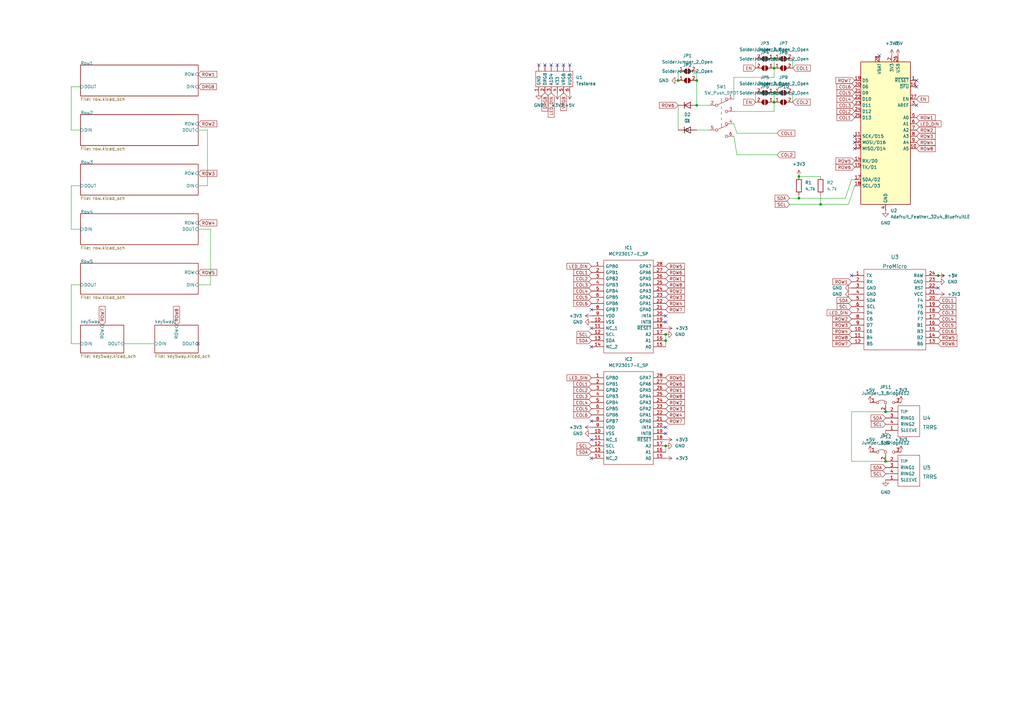
<source format=kicad_sch>
(kicad_sch (version 20211123) (generator eeschema)
  (paper "A3")
  (lib_symbols
    (symbol "Device:D" (pin_numbers hide) (pin_names (offset 1.016) hide)
      (property "Reference" "D" (at 0 2.54 0))
      (property "Value" "D" (at 0 -2.54 0))
      (symbol "D_0_1"
        (polyline (pts (xy -1.27 1.27) (xy -1.27 -1.27)) (stroke (width 0.254)))
        (polyline (pts (xy 1.27 0) (xy -1.27 0)))
        (polyline (pts (xy 1.27 1.27) (xy 1.27 -1.27) (xy -1.27 0) (xy 1.27 1.27)) (stroke (width 0.254)))
      )
      (symbol "D_1_1"
        (pin passive line (at -3.81 0 0) (length 2.54) (name "K") (number "1"))
        (pin passive line (at 3.81 0 180) (length 2.54) (name "A") (number "2"))
      )
    )
    (symbol "Device:R" (pin_numbers hide) (pin_names (offset 0))
      (property "Reference" "R" (at 2.032 0 90))
      (property "Value" "R" (at 0 0 90))
      (symbol "R_0_1"
        (rectangle (start -1.016 -2.54) (end 1.016 2.54) (stroke (width 0.254)))
      )
      (symbol "R_1_1"
        (pin passive line (at 0 3.81 270) (length 1.27) (name "~") (number "1"))
        (pin passive line (at 0 -3.81 90) (length 1.27) (name "~") (number "2"))
      )
    )
    (symbol "Jumper:Jumper_3_Bridged12" (pin_names (offset 0) hide)
      (property "Reference" "JP" (at -2.54 -2.54 0))
      (property "Value" "Jumper_3_Bridged12" (at 0 2.794 0))
      (symbol "Jumper_3_Bridged12_0_0"
        (circle (center -3.302 0) (radius 0.508))
        (circle (center 0 0) (radius 0.508))
        (circle (center 3.302 0) (radius 0.508))
      )
      (symbol "Jumper_3_Bridged12_0_1"
        (arc (start -0.254 0.508) (mid -1.651 0.9912) (end -3.048 0.508))
        (polyline (pts (xy 0 -1.27) (xy 0 -0.508)))
      )
      (symbol "Jumper_3_Bridged12_1_1"
        (pin passive line (at -6.35 0 0) (length 2.54) (name "A") (number "1"))
        (pin input line (at 0 -3.81 90) (length 2.54) (name "C") (number "2"))
        (pin passive line (at 6.35 0 180) (length 2.54) (name "B") (number "3"))
      )
    )
    (symbol "Jumper:SolderJumper_2_Open" (pin_names (offset 0) hide)
      (property "Reference" "JP" (at 0 2.032 0))
      (property "Value" "SolderJumper_2_Open" (at 0 -2.54 0))
      (symbol "SolderJumper_2_Open_0_1"
        (arc (start -0.254 1.016) (mid -1.27 0) (end -0.254 -1.016))
        (arc (start -0.254 1.016) (mid -1.27 0) (end -0.254 -1.016) (fill (type outline)))
        (polyline (pts (xy -0.254 1.016) (xy -0.254 -1.016)))
        (polyline (pts (xy 0.254 1.016) (xy 0.254 -1.016)))
        (arc (start 0.254 -1.016) (mid 1.27 0) (end 0.254 1.016))
        (arc (start 0.254 -1.016) (mid 1.27 0) (end 0.254 1.016) (fill (type outline)))
      )
      (symbol "SolderJumper_2_Open_1_1"
        (pin passive line (at -3.81 0 0) (length 2.54) (name "A") (number "1"))
        (pin passive line (at 3.81 0 180) (length 2.54) (name "B") (number "2"))
      )
    )
    (symbol "MCU_Module2:Adafruit_Feather_32u4_BluefruitLE"
      (property "Reference" "A" (at -10.16 28.575 0))
      (property "Value" "Adafruit_Feather_32u4_BluefruitLE" (at 2.54 -31.75 0))
      (symbol "Adafruit_Feather_32u4_BluefruitLE_0_1"
        (rectangle (start -10.16 27.94) (end 10.16 -30.48) (stroke (width 0.254)) (fill (type background)))
      )
      (symbol "Adafruit_Feather_32u4_BluefruitLE_1_1"
        (pin input line (at 12.7 20.32 180) (length 2.54) (name "~{RESET}") (number "1"))
        (pin bidirectional line (at 12.7 -7.62 180) (length 2.54) (name "A5") (number "10"))
        (pin bidirectional line (at -12.7 -2.54 0) (length 2.54) (name "SCK/D15") (number "11"))
        (pin bidirectional line (at -12.7 -5.08 0) (length 2.54) (name "MOSI/D16") (number "12"))
        (pin bidirectional line (at -12.7 -7.62 0) (length 2.54) (name "MISO/D14") (number "13"))
        (pin bidirectional line (at -12.7 -12.7 0) (length 2.54) (name "RX/D0") (number "14"))
        (pin bidirectional line (at -12.7 -15.24 0) (length 2.54) (name "TX/D1") (number "15"))
        (pin input line (at 12.7 17.78 180) (length 2.54) (name "~{DFU}") (number "16"))
        (pin bidirectional line (at -12.7 -20.32 0) (length 2.54) (name "SDA/D2") (number "17"))
        (pin bidirectional line (at -12.7 -22.86 0) (length 2.54) (name "SCL/D3") (number "18"))
        (pin bidirectional line (at -12.7 20.32 0) (length 2.54) (name "D5") (number "19"))
        (pin power_in line (at 2.54 30.48 270) (length 2.54) (name "3V3") (number "2"))
        (pin bidirectional line (at -12.7 17.78 0) (length 2.54) (name "D6") (number "20"))
        (pin bidirectional line (at -12.7 15.24 0) (length 2.54) (name "D9") (number "21"))
        (pin bidirectional line (at -12.7 12.7 0) (length 2.54) (name "D10") (number "22"))
        (pin bidirectional line (at -12.7 10.16 0) (length 2.54) (name "D11") (number "23"))
        (pin bidirectional line (at -12.7 7.62 0) (length 2.54) (name "D12") (number "24"))
        (pin bidirectional line (at -12.7 5.08 0) (length 2.54) (name "D13") (number "25"))
        (pin power_in line (at 5.08 30.48 270) (length 2.54) (name "USB") (number "26"))
        (pin input line (at 12.7 12.7 180) (length 2.54) (name "EN") (number "27"))
        (pin power_in line (at -2.54 30.48 270) (length 2.54) (name "VBAT") (number "28"))
        (pin input line (at 12.7 10.16 180) (length 2.54) (name "AREF") (number "3"))
        (pin power_in line (at 0 -33.02 90) (length 2.54) (name "GND") (number "4"))
        (pin bidirectional line (at 12.7 5.08 180) (length 2.54) (name "A0") (number "5"))
        (pin bidirectional line (at 12.7 2.54 180) (length 2.54) (name "A1") (number "6"))
        (pin bidirectional line (at 12.7 0 180) (length 2.54) (name "A2") (number "7"))
        (pin bidirectional line (at 12.7 -2.54 180) (length 2.54) (name "A3") (number "8"))
        (pin bidirectional line (at 12.7 -5.08 180) (length 2.54) (name "A4") (number "9"))
      )
    )
    (symbol "SamacSys_Parts:MCP23017-E_SP" (pin_names (offset 0.762))
      (property "Reference" "IC" (at 26.67 7.62 0))
      (property "Value" "MCP23017-E_SP" (at 26.67 5.08 0))
      (symbol "MCP23017-E_SP_0_0"
        (pin passive line (at 0 0 0) (length 5.08) (name "GPB0") (number "1"))
        (pin passive line (at 0 -22.86 0) (length 5.08) (name "VSS") (number "10"))
        (pin passive line (at 0 -25.4 0) (length 5.08) (name "NC_1") (number "11"))
        (pin passive line (at 0 -27.94 0) (length 5.08) (name "SCL") (number "12"))
        (pin passive line (at 0 -30.48 0) (length 5.08) (name "SDA") (number "13"))
        (pin passive line (at 0 -33.02 0) (length 5.08) (name "NC_2") (number "14"))
        (pin passive line (at 30.48 -33.02 180) (length 5.08) (name "A0") (number "15"))
        (pin passive line (at 30.48 -30.48 180) (length 5.08) (name "A1") (number "16"))
        (pin passive line (at 30.48 -27.94 180) (length 5.08) (name "A2") (number "17"))
        (pin passive line (at 30.48 -25.4 180) (length 5.08) (name "~{RESET}") (number "18"))
        (pin passive line (at 30.48 -22.86 180) (length 5.08) (name "INTB") (number "19"))
        (pin passive line (at 0 -2.54 0) (length 5.08) (name "GPB1") (number "2"))
        (pin passive line (at 30.48 -20.32 180) (length 5.08) (name "INTA") (number "20"))
        (pin passive line (at 30.48 -17.78 180) (length 5.08) (name "GPA0") (number "21"))
        (pin passive line (at 30.48 -15.24 180) (length 5.08) (name "GPA1") (number "22"))
        (pin passive line (at 30.48 -12.7 180) (length 5.08) (name "GPA2") (number "23"))
        (pin passive line (at 30.48 -10.16 180) (length 5.08) (name "GPA3") (number "24"))
        (pin passive line (at 30.48 -7.62 180) (length 5.08) (name "GPA4") (number "25"))
        (pin passive line (at 30.48 -5.08 180) (length 5.08) (name "GPA5") (number "26"))
        (pin passive line (at 30.48 -2.54 180) (length 5.08) (name "GPA6") (number "27"))
        (pin passive line (at 30.48 0 180) (length 5.08) (name "GPA7") (number "28"))
        (pin passive line (at 0 -5.08 0) (length 5.08) (name "GPB2") (number "3"))
        (pin passive line (at 0 -7.62 0) (length 5.08) (name "GPB3") (number "4"))
        (pin passive line (at 0 -10.16 0) (length 5.08) (name "GPB4") (number "5"))
        (pin passive line (at 0 -12.7 0) (length 5.08) (name "GPB5") (number "6"))
        (pin passive line (at 0 -15.24 0) (length 5.08) (name "GPB6") (number "7"))
        (pin passive line (at 0 -17.78 0) (length 5.08) (name "GPB7") (number "8"))
        (pin passive line (at 0 -20.32 0) (length 5.08) (name "VDD") (number "9"))
      )
      (symbol "MCP23017-E_SP_0_1"
        (polyline (pts (xy 5.08 2.54) (xy 25.4 2.54) (xy 25.4 -35.56) (xy 5.08 -35.56) (xy 5.08 2.54)) (stroke (width 0.1524)))
      )
    )
    (symbol "Stefan:Testarea"
      (property "Reference" "U" (at 0 0 0))
      (property "Value" "Testarea" (at 0 0 0))
      (symbol "Testarea_0_1"
        (rectangle (start -6.35 -2.54) (end 8.89 -8.89))
      )
      (symbol "Testarea_1_1"
        (pin passive line (at -5.08 0 270) (length 2.54) (name "") (number ""))
        (pin passive line (at -2.54 0 270) (length 2.54) (name "") (number ""))
        (pin passive line (at 0 0 270) (length 2.54) (name "") (number ""))
        (pin passive line (at 2.54 0 270) (length 2.54) (name "") (number ""))
        (pin passive line (at 5.08 0 270) (length 2.54) (name "") (number ""))
        (pin passive line (at 7.62 0 270) (length 2.54) (name "") (number ""))
        (pin input line (at -5.08 -11.43 90) (length 2.54) (name "GND") (number "1"))
        (pin output line (at -2.54 -11.43 90) (length 2.54) (name "DRGB") (number "2"))
        (pin input line (at 0 -11.43 90) (length 2.54) (name "A1D4") (number "3"))
        (pin power_in line (at 2.54 -11.43 90) (length 2.54) (name "V33") (number "4"))
        (pin power_out line (at 5.08 -11.43 90) (length 2.54) (name "VRGB") (number "5"))
        (pin power_in line (at 7.62 -11.43 90) (length 2.54) (name "VUSB") (number "6"))
      )
    )
    (symbol "Switch:SW_Push_DPDT" (pin_names (offset 0) hide)
      (property "Reference" "SW" (at 0 8.89 0))
      (property "Value" "SW_Push_DPDT" (at 0 -10.16 0))
      (symbol "SW_Push_DPDT_0_0"
        (circle (center -2.032 -5.08) (radius 0.508))
        (circle (center -2.032 5.08) (radius 0.508))
        (circle (center 2.032 -7.62) (radius 0.508))
        (circle (center 2.032 2.54) (radius 0.508))
      )
      (symbol "SW_Push_DPDT_0_1"
        (polyline (pts (xy -1.524 -4.826) (xy 2.54 -3.048)))
        (polyline (pts (xy -1.524 5.334) (xy 2.54 7.112)))
        (polyline (pts (xy 0 -2.286) (xy 0 -4.064)))
        (polyline (pts (xy 0 -1.016) (xy 0 0)))
        (polyline (pts (xy 0 1.27) (xy 0 2.286)))
        (polyline (pts (xy 0 3.556) (xy 0 4.572)))
        (polyline (pts (xy 0 7.874) (xy 0 6.096)))
        (circle (center 2.032 -2.54) (radius 0.508))
        (circle (center 2.032 7.62) (radius 0.508))
      )
      (symbol "SW_Push_DPDT_1_1"
        (pin passive line (at 5.08 7.62 180) (length 2.54) (name "A") (number "1"))
        (pin passive line (at -5.08 5.08 0) (length 2.54) (name "B") (number "2"))
        (pin passive line (at 5.08 2.54 180) (length 2.54) (name "C") (number "3"))
        (pin passive line (at 5.08 -2.54 180) (length 2.54) (name "A") (number "4"))
        (pin passive line (at -5.08 -5.08 0) (length 2.54) (name "B") (number "5"))
        (pin passive line (at 5.08 -7.62 180) (length 2.54) (name "C") (number "6"))
      )
    )
    (symbol "keebio:TRRS" (pin_names (offset 1.016))
      (property "Reference" "U" (at 0 15.24 0))
      (property "Value" "TRRS" (at 0 -2.54 0))
      (symbol "TRRS_0_1"
        (rectangle (start -3.81 0) (end -3.81 12.7))
        (rectangle (start -3.81 12.7) (end 5.08 12.7))
        (rectangle (start 5.08 0) (end -3.81 0))
        (rectangle (start 5.08 12.7) (end 5.08 0))
      )
      (symbol "TRRS_1_1"
        (pin input line (at -8.89 2.54 0) (length 5.08) (name "SLEEVE") (number "1"))
        (pin input line (at -8.89 10.16 0) (length 5.08) (name "TIP") (number "2"))
        (pin input line (at -8.89 7.62 0) (length 5.08) (name "RING1") (number "3"))
        (pin input line (at -8.89 5.08 0) (length 5.08) (name "RING2") (number "4"))
      )
    )
    (symbol "power:+3.3V" (power) (pin_names (offset 0))
      (property "Value" "+3.3V" (at 0 3.556 0))
      (symbol "+3.3V_0_1"
        (polyline (pts (xy -0.762 1.27) (xy 0 2.54)))
        (polyline (pts (xy 0 0) (xy 0 2.54)))
        (polyline (pts (xy 0 2.54) (xy 0.762 1.27)))
      )
      (symbol "+3.3V_1_1"
        (pin power_in line (at 0 0 90) (length 0) hide (name "+3V3") (number "1"))
      )
    )
    (symbol "power:+5V" (power) (pin_names (offset 0))
      (property "Value" "+5V" (at 0 3.556 0))
      (symbol "+5V_0_1"
        (polyline (pts (xy -0.762 1.27) (xy 0 2.54)))
        (polyline (pts (xy 0 0) (xy 0 2.54)))
        (polyline (pts (xy 0 2.54) (xy 0.762 1.27)))
      )
      (symbol "+5V_1_1"
        (pin power_in line (at 0 0 90) (length 0) hide (name "+5V") (number "1"))
      )
    )
    (symbol "power:GND" (power) (pin_names (offset 0))
      (property "Value" "GND" (at 0 -3.81 0))
      (symbol "GND_0_1"
        (polyline (pts (xy 0 0) (xy 0 -1.27) (xy 1.27 -1.27) (xy 0 -2.54) (xy -1.27 -1.27) (xy 0 -1.27)))
      )
      (symbol "GND_1_1"
        (pin power_in line (at 0 0 270) (length 0) hide (name "GND") (number "1"))
      )
    )
    (symbol "promicro:ProMicro" (pin_names (offset 1.016))
      (property "Reference" "U" (at 0 24.13 0))
      (property "Value" "ProMicro" (at 0 -13.97 0))
      (symbol "ProMicro_0_1"
        (rectangle (start -12.7 21.59) (end 12.7 -11.43))
      )
      (symbol "ProMicro_1_1"
        (pin bidirectional line (at -17.78 19.05 0) (length 5.08) (name "TX") (number "1"))
        (pin bidirectional line (at -17.78 -3.81 0) (length 5.08) (name "E6") (number "10"))
        (pin bidirectional line (at -17.78 -6.35 0) (length 5.08) (name "B4") (number "11"))
        (pin bidirectional line (at -17.78 -8.89 0) (length 5.08) (name "B5") (number "12"))
        (pin bidirectional line (at 17.78 -8.89 180) (length 5.08) (name "B6") (number "13"))
        (pin bidirectional line (at 17.78 -6.35 180) (length 5.08) (name "B2") (number "14"))
        (pin bidirectional line (at 17.78 -3.81 180) (length 5.08) (name "B3") (number "15"))
        (pin bidirectional line (at 17.78 -1.27 180) (length 5.08) (name "B1") (number "16"))
        (pin bidirectional line (at 17.78 1.27 180) (length 5.08) (name "F7") (number "17"))
        (pin bidirectional line (at 17.78 3.81 180) (length 5.08) (name "F6") (number "18"))
        (pin bidirectional line (at 17.78 6.35 180) (length 5.08) (name "F5") (number "19"))
        (pin bidirectional line (at -17.78 16.51 0) (length 5.08) (name "RX") (number "2"))
        (pin bidirectional line (at 17.78 8.89 180) (length 5.08) (name "F4") (number "20"))
        (pin power_in line (at 17.78 11.43 180) (length 5.08) (name "VCC") (number "21"))
        (pin input line (at 17.78 13.97 180) (length 5.08) (name "RST") (number "22"))
        (pin power_in line (at 17.78 16.51 180) (length 5.08) (name "GND") (number "23"))
        (pin power_out line (at 17.78 19.05 180) (length 5.08) (name "RAW") (number "24"))
        (pin power_in line (at -17.78 13.97 0) (length 5.08) (name "GND") (number "3"))
        (pin power_in line (at -17.78 11.43 0) (length 5.08) (name "GND") (number "4"))
        (pin bidirectional line (at -17.78 8.89 0) (length 5.08) (name "SDA") (number "5"))
        (pin bidirectional line (at -17.78 6.35 0) (length 5.08) (name "SCL") (number "6"))
        (pin bidirectional line (at -17.78 3.81 0) (length 5.08) (name "D4") (number "7"))
        (pin bidirectional line (at -17.78 1.27 0) (length 5.08) (name "C6") (number "8"))
        (pin bidirectional line (at -17.78 -1.27 0) (length 5.08) (name "D7") (number "9"))
      )
    )
  )
  (junction (at 317.5 38.1))
  (junction (at 317.5 24.13))
  (junction (at 317.5 41.91))
  (junction (at 273.05 137.16))
  (junction (at 273.05 182.88))
  (junction (at 273.05 139.7))
  (junction (at 278.13 33.02))
  (junction (at 363.22 168.91))
  (junction (at 317.5 27.94))
  (junction (at 384.81 113.03))
  (junction (at 285.75 43.18))
  (junction (at 363.22 189.23))
  (junction (at 327.66 81.28))
  (junction (at 285.75 33.02))
  (junction (at 327.66 72.39))
  (junction (at 336.55 83.82))
  (no_connect (at 273.05 129.54))
  (no_connect (at 273.05 132.08))
  (no_connect (at 242.57 127))
  (no_connect (at 242.57 134.62))
  (no_connect (at 242.57 142.24))
  (no_connect (at 360.68 22.86))
  (no_connect (at 350.52 58.42))
  (no_connect (at 350.52 55.88))
  (no_connect (at 350.52 60.96))
  (no_connect (at 375.92 43.18))
  (no_connect (at 375.92 35.56))
  (no_connect (at 375.92 33.02))
  (no_connect (at 273.05 177.8))
  (no_connect (at 273.05 175.26))
  (no_connect (at 242.57 187.96))
  (no_connect (at 242.57 180.34))
  (no_connect (at 242.57 172.72))
  (no_connect (at 81.28 140.97))
  (no_connect (at 233.68 26.67))
  (no_connect (at 220.98 26.67))
  (no_connect (at 228.6 26.67))
  (no_connect (at 226.06 26.67))
  (no_connect (at 223.52 26.67))
  (no_connect (at 231.14 26.67))
  (no_connect (at 384.81 118.11))
  (no_connect (at 349.25 113.03))
  (wire (pts (xy 323.85 81.28) (xy 327.66 81.28)))
  (wire (pts (xy 317.5 38.1) (xy 317.5 41.91)))
  (wire (pts (xy 50.8 140.97) (xy 63.5 140.97)))
  (wire (pts (xy 33.02 76.2) (xy 29.21 76.2)))
  (wire (pts (xy 285.75 33.02) (xy 285.75 43.18)))
  (wire (pts (xy 327.66 81.28) (xy 346.71 81.28)))
  (wire (pts (xy 317.5 45.72) (xy 317.5 41.91)))
  (wire (pts (xy 273.05 182.88) (xy 273.05 185.42)))
  (wire (pts (xy 302.26 63.5) (xy 318.77 63.5)))
  (wire (pts (xy 302.26 63.5) (xy 300.99 55.88)))
  (wire (pts (xy 86.36 116.84) (xy 81.28 116.84)))
  (wire (pts (xy 273.05 139.7) (xy 273.05 142.24)))
  (wire (pts (xy 81.28 53.34) (xy 85.09 53.34)))
  (wire (pts (xy 29.21 140.97) (xy 33.02 140.97)))
  (wire (pts (xy 33.02 35.56) (xy 29.21 35.56)))
  (wire (pts (xy 327.66 80.01) (xy 327.66 81.28)))
  (wire (pts (xy 285.75 29.21) (xy 285.75 33.02)))
  (wire (pts (xy 323.85 83.82) (xy 336.55 83.82)))
  (wire (pts (xy 363.22 168.91) (xy 349.25 168.91)))
  (wire (pts (xy 278.13 43.18) (xy 278.13 53.34)))
  (wire (pts (xy 327.66 72.39) (xy 336.55 72.39)))
  (wire (pts (xy 325.12 24.13) (xy 325.12 27.94)))
  (wire (pts (xy 300.99 31.75) (xy 317.5 31.75)))
  (wire (pts (xy 349.25 168.91) (xy 349.25 189.23)))
  (wire (pts (xy 317.5 24.13) (xy 317.5 27.94)))
  (wire (pts (xy 349.25 73.66) (xy 350.52 73.66)))
  (wire (pts (xy 29.21 53.34) (xy 33.02 53.34)))
  (wire (pts (xy 285.75 43.18) (xy 290.83 43.18)))
  (wire (pts (xy 336.55 80.01) (xy 336.55 83.82)))
  (wire (pts (xy 29.21 35.56) (xy 29.21 53.34)))
  (wire (pts (xy 29.21 116.84) (xy 29.21 140.97)))
  (wire (pts (xy 81.28 76.2) (xy 85.09 76.2)))
  (wire (pts (xy 300.99 45.72) (xy 317.5 45.72)))
  (wire (pts (xy 346.71 81.28) (xy 349.25 73.66)))
  (wire (pts (xy 300.99 40.64) (xy 300.99 31.75)))
  (wire (pts (xy 317.5 31.75) (xy 317.5 27.94)))
  (wire (pts (xy 325.12 38.1) (xy 325.12 41.91)))
  (wire (pts (xy 347.98 83.82) (xy 350.52 76.2)))
  (wire (pts (xy 273.05 137.16) (xy 273.05 139.7)))
  (wire (pts (xy 302.26 54.61) (xy 318.77 54.61)))
  (wire (pts (xy 309.88 24.13) (xy 309.88 27.94)))
  (wire (pts (xy 81.28 93.98) (xy 86.36 93.98)))
  (wire (pts (xy 86.36 93.98) (xy 86.36 116.84)))
  (wire (pts (xy 85.09 53.34) (xy 85.09 76.2)))
  (wire (pts (xy 29.21 76.2) (xy 29.21 93.98)))
  (wire (pts (xy 285.75 53.34) (xy 290.83 53.34)))
  (wire (pts (xy 278.13 29.21) (xy 278.13 33.02)))
  (wire (pts (xy 33.02 116.84) (xy 29.21 116.84)))
  (wire (pts (xy 300.99 50.8) (xy 302.26 54.61)))
  (wire (pts (xy 29.21 93.98) (xy 33.02 93.98)))
  (wire (pts (xy 349.25 189.23) (xy 363.22 189.23)))
  (wire (pts (xy 336.55 83.82) (xy 347.98 83.82)))
  (wire (pts (xy 309.88 38.1) (xy 309.88 41.91)))
  (global_label "COL6" (shape input) (at 242.57 124.46 180) (property "Intersheet References" "${INTERSHEET_REFS}" (effects hide)))
  (global_label "COL1" (shape input) (at 384.81 123.19 0) (property "Intersheet References" "${INTERSHEET_REFS}" (effects hide)))
  (global_label "ROW2" (shape input) (at 375.92 53.34 0) (property "Intersheet References" "${INTERSHEET_REFS}" (effects hide)))
  (global_label "ROW7" (shape input) (at 41.91 133.35 90) (property "Intersheet References" "${INTERSHEET_REFS}" (effects hide)))
  (global_label "COL1" (shape input) (at 325.12 27.94 0) (property "Intersheet References" "${INTERSHEET_REFS}" (effects hide)))
  (global_label "ROW4" (shape input) (at 273.05 170.18 0) (property "Intersheet References" "${INTERSHEET_REFS}" (effects hide)))
  (global_label "ROW1" (shape input) (at 81.28 30.48 0) (property "Intersheet References" "${INTERSHEET_REFS}" (effects hide)))
  (global_label "COL4" (shape input) (at 242.57 165.1 180) (property "Intersheet References" "${INTERSHEET_REFS}" (effects hide)))
  (global_label "COL2" (shape input) (at 350.52 45.72 180) (property "Intersheet References" "${INTERSHEET_REFS}" (effects hide)))
  (global_label "SCL" (shape input) (at 363.22 194.31 180) (property "Intersheet References" "${INTERSHEET_REFS}" (effects hide)))
  (global_label "COL2" (shape input) (at 318.77 63.5 0) (property "Intersheet References" "${INTERSHEET_REFS}" (effects hide)))
  (global_label "COL2" (shape input) (at 325.12 41.91 0) (property "Intersheet References" "${INTERSHEET_REFS}" (effects hide)))
  (global_label "ROW6" (shape input) (at 273.05 111.76 0) (property "Intersheet References" "${INTERSHEET_REFS}" (effects hide)))
  (global_label "ROW1" (shape input) (at 273.05 114.3 0) (property "Intersheet References" "${INTERSHEET_REFS}" (effects hide)))
  (global_label "ROW7" (shape input) (at 273.05 172.72 0) (property "Intersheet References" "${INTERSHEET_REFS}" (effects hide)))
  (global_label "COL3" (shape input) (at 384.81 128.27 0) (property "Intersheet References" "${INTERSHEET_REFS}" (effects hide)))
  (global_label "EN" (shape input) (at 309.88 27.94 180) (property "Intersheet References" "${INTERSHEET_REFS}" (effects hide)))
  (global_label "ROW4" (shape input) (at 375.92 58.42 0) (property "Intersheet References" "${INTERSHEET_REFS}" (effects hide)))
  (global_label "SDA" (shape input) (at 363.22 191.77 180) (property "Intersheet References" "${INTERSHEET_REFS}" (effects hide)))
  (global_label "SCL" (shape input) (at 242.57 137.16 180) (property "Intersheet References" "${INTERSHEET_REFS}" (effects hide)))
  (global_label "ROW5" (shape input) (at 81.28 111.76 0) (property "Intersheet References" "${INTERSHEET_REFS}" (effects hide)))
  (global_label "ROW8" (shape input) (at 72.39 133.35 90) (property "Intersheet References" "${INTERSHEET_REFS}" (effects hide)))
  (global_label "ROW8" (shape input) (at 273.05 116.84 0) (property "Intersheet References" "${INTERSHEET_REFS}" (effects hide)))
  (global_label "DRGB" (shape input) (at 81.28 35.56 0) (property "Intersheet References" "${INTERSHEET_REFS}" (effects hide)))
  (global_label "COL5" (shape input) (at 350.52 38.1 180) (property "Intersheet References" "${INTERSHEET_REFS}" (effects hide)))
  (global_label "SDA" (shape input) (at 242.57 185.42 180) (property "Intersheet References" "${INTERSHEET_REFS}" (effects hide)))
  (global_label "COL4" (shape input) (at 384.81 130.81 0) (property "Intersheet References" "${INTERSHEET_REFS}" (effects hide)))
  (global_label "LED_DIN" (shape input) (at 242.57 154.94 180) (property "Intersheet References" "${INTERSHEET_REFS}" (effects hide)))
  (global_label "ROW6" (shape input) (at 350.52 68.58 180) (property "Intersheet References" "${INTERSHEET_REFS}" (effects hide)))
  (global_label "ROW3" (shape input) (at 81.28 71.12 0) (property "Intersheet References" "${INTERSHEET_REFS}" (effects hide)))
  (global_label "VRGB" (shape input) (at 231.14 38.1 270) (property "Intersheet References" "${INTERSHEET_REFS}" (effects hide)))
  (global_label "ROW8" (shape input) (at 349.25 138.43 180) (property "Intersheet References" "${INTERSHEET_REFS}" (effects hide)))
  (global_label "ROW7" (shape input) (at 273.05 127 0) (property "Intersheet References" "${INTERSHEET_REFS}" (effects hide)))
  (global_label "COL4" (shape input) (at 242.57 119.38 180) (property "Intersheet References" "${INTERSHEET_REFS}" (effects hide)))
  (global_label "EN" (shape input) (at 309.88 41.91 180) (property "Intersheet References" "${INTERSHEET_REFS}" (effects hide)))
  (global_label "COL6" (shape input) (at 242.57 170.18 180) (property "Intersheet References" "${INTERSHEET_REFS}" (effects hide)))
  (global_label "ROW1" (shape input) (at 273.05 160.02 0) (property "Intersheet References" "${INTERSHEET_REFS}" (effects hide)))
  (global_label "COL5" (shape input) (at 384.81 133.35 0) (property "Intersheet References" "${INTERSHEET_REFS}" (effects hide)))
  (global_label "COL3" (shape input) (at 350.52 43.18 180) (property "Intersheet References" "${INTERSHEET_REFS}" (effects hide)))
  (global_label "SCL" (shape input) (at 363.22 173.99 180) (property "Intersheet References" "${INTERSHEET_REFS}" (effects hide)))
  (global_label "COL2" (shape input) (at 242.57 114.3 180) (property "Intersheet References" "${INTERSHEET_REFS}" (effects hide)))
  (global_label "ROW4" (shape input) (at 81.28 91.44 0) (property "Intersheet References" "${INTERSHEET_REFS}" (effects hide)))
  (global_label "COL1" (shape input) (at 242.57 111.76 180) (property "Intersheet References" "${INTERSHEET_REFS}" (effects hide)))
  (global_label "SDA" (shape input) (at 363.22 171.45 180) (property "Intersheet References" "${INTERSHEET_REFS}" (effects hide)))
  (global_label "COL2" (shape input) (at 242.57 160.02 180) (property "Intersheet References" "${INTERSHEET_REFS}" (effects hide)))
  (global_label "SCL" (shape input) (at 242.57 182.88 180) (property "Intersheet References" "${INTERSHEET_REFS}" (effects hide)))
  (global_label "ROW1" (shape input) (at 349.25 115.57 180) (property "Intersheet References" "${INTERSHEET_REFS}" (effects hide)))
  (global_label "ROW5" (shape input) (at 350.52 66.04 180) (property "Intersheet References" "${INTERSHEET_REFS}" (effects hide)))
  (global_label "ROW2" (shape input) (at 273.05 165.1 0) (property "Intersheet References" "${INTERSHEET_REFS}" (effects hide)))
  (global_label "SCL" (shape input) (at 349.25 125.73 180) (property "Intersheet References" "${INTERSHEET_REFS}" (effects hide)))
  (global_label "COL1" (shape input) (at 242.57 157.48 180) (property "Intersheet References" "${INTERSHEET_REFS}" (effects hide)))
  (global_label "COL3" (shape input) (at 242.57 162.56 180) (property "Intersheet References" "${INTERSHEET_REFS}" (effects hide)))
  (global_label "DRGB" (shape input) (at 223.52 38.1 270) (property "Intersheet References" "${INTERSHEET_REFS}" (effects hide)))
  (global_label "ROW6" (shape input) (at 273.05 157.48 0) (property "Intersheet References" "${INTERSHEET_REFS}" (effects hide)))
  (global_label "ROW4" (shape input) (at 273.05 124.46 0) (property "Intersheet References" "${INTERSHEET_REFS}" (effects hide)))
  (global_label "ROW1" (shape input) (at 375.92 48.26 0) (property "Intersheet References" "${INTERSHEET_REFS}" (effects hide)))
  (global_label "ROW5" (shape input) (at 273.05 154.94 0) (property "Intersheet References" "${INTERSHEET_REFS}" (effects hide)))
  (global_label "COL2" (shape input) (at 384.81 125.73 0) (property "Intersheet References" "${INTERSHEET_REFS}" (effects hide)))
  (global_label "ROW2" (shape input) (at 81.28 50.8 0) (property "Intersheet References" "${INTERSHEET_REFS}" (effects hide)))
  (global_label "ROW5" (shape input) (at 384.81 138.43 0) (property "Intersheet References" "${INTERSHEET_REFS}" (effects hide)))
  (global_label "ROW2" (shape input) (at 273.05 119.38 0) (property "Intersheet References" "${INTERSHEET_REFS}" (effects hide)))
  (global_label "LED_DIN" (shape input) (at 375.92 50.8 0) (property "Intersheet References" "${INTERSHEET_REFS}" (effects hide)))
  (global_label "ROW6" (shape input) (at 278.13 43.18 180) (property "Intersheet References" "${INTERSHEET_REFS}" (effects hide)))
  (global_label "COL3" (shape input) (at 242.57 116.84 180) (property "Intersheet References" "${INTERSHEET_REFS}" (effects hide)))
  (global_label "COL6" (shape input) (at 350.52 35.56 180) (property "Intersheet References" "${INTERSHEET_REFS}" (effects hide)))
  (global_label "ROW8" (shape input) (at 375.92 60.96 0) (property "Intersheet References" "${INTERSHEET_REFS}" (effects hide)))
  (global_label "COL5" (shape input) (at 242.57 121.92 180) (property "Intersheet References" "${INTERSHEET_REFS}" (effects hide)))
  (global_label "LED_DIN" (shape input) (at 226.06 38.1 270) (property "Intersheet References" "${INTERSHEET_REFS}" (effects hide)))
  (global_label "COL1" (shape input) (at 318.77 54.61 0) (property "Intersheet References" "${INTERSHEET_REFS}" (effects hide)))
  (global_label "COL1" (shape input) (at 350.52 48.26 180) (property "Intersheet References" "${INTERSHEET_REFS}" (effects hide)))
  (global_label "SDA" (shape input) (at 323.85 81.28 180) (property "Intersheet References" "${INTERSHEET_REFS}" (effects hide)))
  (global_label "COL6" (shape input) (at 384.81 135.89 0) (property "Intersheet References" "${INTERSHEET_REFS}" (effects hide)))
  (global_label "ROW6" (shape input) (at 384.81 140.97 0) (property "Intersheet References" "${INTERSHEET_REFS}" (effects hide)))
  (global_label "ROW3" (shape input) (at 273.05 121.92 0) (property "Intersheet References" "${INTERSHEET_REFS}" (effects hide)))
  (global_label "SCL" (shape input) (at 323.85 83.82 180) (property "Intersheet References" "${INTERSHEET_REFS}" (effects hide)))
  (global_label "ROW3" (shape input) (at 349.25 133.35 180) (property "Intersheet References" "${INTERSHEET_REFS}" (effects hide)))
  (global_label "ROW8" (shape input) (at 273.05 162.56 0) (property "Intersheet References" "${INTERSHEET_REFS}" (effects hide)))
  (global_label "ROW5" (shape input) (at 273.05 109.22 0) (property "Intersheet References" "${INTERSHEET_REFS}" (effects hide)))
  (global_label "SDA" (shape input) (at 242.57 139.7 180) (property "Intersheet References" "${INTERSHEET_REFS}" (effects hide)))
  (global_label "LED_DIN" (shape input) (at 349.25 128.27 180) (property "Intersheet References" "${INTERSHEET_REFS}" (effects hide)))
  (global_label "ROW3" (shape input) (at 273.05 167.64 0) (property "Intersheet References" "${INTERSHEET_REFS}" (effects hide)))
  (global_label "COL5" (shape input) (at 242.57 167.64 180) (property "Intersheet References" "${INTERSHEET_REFS}" (effects hide)))
  (global_label "LED_DIN" (shape input) (at 242.57 109.22 180) (property "Intersheet References" "${INTERSHEET_REFS}" (effects hide)))
  (global_label "ROW7" (shape input) (at 350.52 33.02 180) (property "Intersheet References" "${INTERSHEET_REFS}" (effects hide)))
  (global_label "ROW2" (shape input) (at 349.25 130.81 180) (property "Intersheet References" "${INTERSHEET_REFS}" (effects hide)))
  (global_label "ROW7" (shape input) (at 349.25 140.97 180) (property "Intersheet References" "${INTERSHEET_REFS}" (effects hide)))
  (global_label "EN" (shape input) (at 375.92 40.64 0) (property "Intersheet References" "${INTERSHEET_REFS}" (effects hide)))
  (global_label "SDA" (shape input) (at 349.25 123.19 180) (property "Intersheet References" "${INTERSHEET_REFS}" (effects hide)))
  (global_label "COL4" (shape input) (at 350.52 40.64 180) (property "Intersheet References" "${INTERSHEET_REFS}" (effects hide)))
  (global_label "ROW3" (shape input) (at 375.92 55.88 0) (property "Intersheet References" "${INTERSHEET_REFS}" (effects hide)))
  (global_label "ROW4" (shape input) (at 349.25 135.89 180) (property "Intersheet References" "${INTERSHEET_REFS}" (effects hide)))
  (symbol (lib_id "Jumper:SolderJumper_2_Open") (at 321.31 41.91 0) (unit 1)
    (property "Reference" "JP10" (at 321.31 35.56 0))
    (property "Value" "SolderJumper_2_Open" (at 321.31 38.1 0))
    (property "Footprint" "Jumper:SolderJumper-2_P1.3mm_Open_TrianglePad1.0x1.5mm" (effects hide))
  )
  (symbol (lib_id "power:GND") (at 220.98 38.1 0) (unit 1)
    (property "Reference" "#PWR01" (effects hide))
    (property "Value" "GND" (at 220.98 43.18 0))
  )
  (symbol (lib_id "Stefan:Testarea") (at 226.06 26.67 0) (unit 1)
    (property "Reference" "U1" (at 236.22 31.7499 0) (effects (justify left)))
    (property "Value" "Testarea" (at 236.22 34.2899 0) (effects (justify left)))
    (property "Footprint" "Stefan:Testarea" (effects hide))
  )
  (symbol (lib_id "Jumper:SolderJumper_2_Open") (at 313.69 38.1 180) (unit 1)
    (property "Reference" "JP5" (at 313.69 31.75 0))
    (property "Value" "SolderJumper_2_Open" (at 313.69 34.29 0))
    (property "Footprint" "Jumper:SolderJumper-2_P1.3mm_Open_TrianglePad1.0x1.5mm" (effects hide))
  )
  (symbol (lib_id "power:+3.3V") (at 273.05 134.62 270) (unit 1)
    (property "Reference" "#PWR08" (effects hide))
    (property "Value" "+3.3V" (at 276.86 134.6199 90) (effects (justify left)))
  )
  (symbol (lib_id "Device:D") (at 281.94 53.34 0) (unit 1)
    (property "Reference" "D2" (at 281.94 46.99 0))
    (property "Value" "D" (at 281.94 49.53 0))
    (property "Footprint" "Stefan:D_0805_2012Metric_Pad1.18x1.45mm_HandSolder_Dual_Reversible" (effects hide))
  )
  (symbol (lib_id "Jumper:SolderJumper_2_Open") (at 281.94 33.02 0) (unit 1)
    (property "Reference" "JP2" (at 281.94 26.67 0))
    (property "Value" "SolderJumper_2_Open" (at 281.94 29.21 0))
    (property "Footprint" "Jumper:SolderJumper-2_P1.3mm_Open_TrianglePad1.0x1.5mm" (effects hide))
  )
  (symbol (lib_id "power:GND") (at 363.22 176.53 0) (unit 1)
    (property "Reference" "#PWR020" (effects hide))
    (property "Value" "GND" (at 363.22 181.61 0))
  )
  (symbol (lib_id "power:+5V") (at 356.87 185.42 0) (unit 1)
    (property "Reference" "#PWR018" (effects hide))
    (property "Value" "+5V" (at 356.87 180.34 0))
  )
  (symbol (lib_id "power:GND") (at 349.25 120.65 270) (unit 1)
    (property "Reference" "#PWR016" (effects hide))
    (property "Value" "GND" (at 345.44 120.6499 90) (effects (justify right)))
  )
  (symbol (lib_id "Jumper:SolderJumper_2_Open") (at 321.31 27.94 0) (unit 1)
    (property "Reference" "JP8" (at 321.31 21.59 0))
    (property "Value" "SolderJumper_2_Open" (at 321.31 24.13 0))
    (property "Footprint" "Jumper:SolderJumper-2_P1.3mm_Open_TrianglePad1.0x1.5mm" (effects hide))
  )
  (symbol (lib_id "Jumper:SolderJumper_2_Open") (at 321.31 38.1 0) (unit 1)
    (property "Reference" "JP9" (at 321.31 31.75 0))
    (property "Value" "SolderJumper_2_Open" (at 321.31 34.29 0))
    (property "Footprint" "Jumper:SolderJumper-2_P1.3mm_Open_TrianglePad1.0x1.5mm" (effects hide))
  )
  (symbol (lib_id "power:+3.3V") (at 242.57 129.54 90) (unit 1)
    (property "Reference" "#PWR04" (effects hide))
    (property "Value" "+3.3V" (at 238.76 129.5399 90) (effects (justify left)))
  )
  (symbol (lib_id "power:+3.3V") (at 384.81 120.65 270) (unit 1)
    (property "Reference" "#PWR029" (effects hide))
    (property "Value" "+3.3V" (at 388.62 120.6499 90) (effects (justify left)))
  )
  (symbol (lib_id "keebio:TRRS") (at 372.11 179.07 0) (unit 1)
    (property "Reference" "U4" (at 378.46 171.45 0) (effects (font (size 1.524 1.524)) (justify left)))
    (property "Value" "TRRS" (at 378.46 175.26 0) (effects (font (size 1.524 1.524)) (justify left)))
    (property "Footprint" "Keebio-Parts:TRRS-PJ-320A" (effects hide))
  )
  (symbol (lib_id "power:+3.3V") (at 242.57 175.26 90) (unit 1)
    (property "Reference" "#PWR06" (effects hide))
    (property "Value" "+3.3V" (at 238.76 175.2599 90) (effects (justify left)))
  )
  (symbol (lib_id "power:+5V") (at 384.81 113.03 270) (unit 1)
    (property "Reference" "#PWR026" (effects hide))
    (property "Value" "+5V" (at 388.62 113.0299 90) (effects (justify left)))
  )
  (symbol (lib_id "Jumper:Jumper_3_Bridged12") (at 363.22 185.42 0) (unit 1)
    (property "Reference" "JP12" (at 363.22 179.07 0))
    (property "Value" "Jumper_3_Bridged12" (at 363.22 181.61 0))
    (property "Footprint" "Jumper:SolderJumper-3_P2.0mm_Open_TrianglePad1.0x1.5mm" (effects hide))
  )
  (symbol (lib_id "power:+3.3V") (at 273.05 180.34 270) (unit 1)
    (property "Reference" "#PWR010" (effects hide))
    (property "Value" "+3.3V" (at 276.86 180.3399 90) (effects (justify left)))
  )
  (symbol (lib_id "power:GND") (at 278.13 33.02 270) (unit 1)
    (property "Reference" "#PWR013" (effects hide))
    (property "Value" "GND" (at 274.32 33.0199 90) (effects (justify right)))
  )
  (symbol (lib_id "power:+5V") (at 356.87 165.1 0) (unit 1)
    (property "Reference" "#PWR017" (effects hide))
    (property "Value" "+5V" (at 356.87 160.02 0))
  )
  (symbol (lib_id "Jumper:SolderJumper_2_Open") (at 313.69 24.13 180) (unit 1)
    (property "Reference" "JP3" (at 313.69 17.78 0))
    (property "Value" "SolderJumper_2_Open" (at 313.69 20.32 0))
    (property "Footprint" "Jumper:SolderJumper-2_P1.3mm_Open_TrianglePad1.0x1.5mm" (effects hide))
  )
  (symbol (lib_id "promicro:ProMicro") (at 367.03 132.08 0) (unit 1)
    (property "Reference" "U3" (at 367.03 105.41 0) (effects (font (size 1.524 1.524))))
    (property "Value" "ProMicro" (at 367.03 109.22 0) (effects (font (size 1.524 1.524))))
    (property "Footprint" "promicro:ProMicro-NoSilk" (effects hide))
  )
  (symbol (lib_id "power:+3.3V") (at 228.6 38.1 180) (unit 1)
    (property "Reference" "#PWR02" (effects hide))
    (property "Value" "+3.3V" (at 228.6 43.18 0))
  )
  (symbol (lib_id "power:GND") (at 242.57 132.08 270) (unit 1)
    (property "Reference" "#PWR05" (effects hide))
    (property "Value" "GND" (at 234.95 132.08 90) (effects (justify left)))
  )
  (symbol (lib_id "power:GND") (at 384.81 115.57 90) (unit 1)
    (property "Reference" "#PWR028" (effects hide))
    (property "Value" "GND" (at 388.62 115.5699 90) (effects (justify right)))
  )
  (symbol (lib_id "power:GND") (at 363.22 86.36 0) (unit 1)
    (property "Reference" "#PWR019" (effects hide))
    (property "Value" "GND" (at 363.22 91.44 0))
  )
  (symbol (lib_id "Switch:SW_Push_DPDT") (at 295.91 48.26 0) (unit 1)
    (property "Reference" "SW1" (at 295.91 35.56 0))
    (property "Value" "SW_Push_DPDT" (at 295.91 38.1 0))
    (property "Footprint" "Stefan:A9TS220012" (effects hide))
  )
  (symbol (lib_id "Jumper:SolderJumper_2_Open") (at 313.69 41.91 180) (unit 1)
    (property "Reference" "JP6" (at 313.69 35.56 0))
    (property "Value" "SolderJumper_2_Open" (at 313.69 38.1 0))
    (property "Footprint" "Jumper:SolderJumper-2_P1.3mm_Open_TrianglePad1.0x1.5mm" (effects hide))
  )
  (symbol (lib_id "Device:D") (at 281.94 43.18 0) (unit 1)
    (property "Reference" "D1" (at 281.94 49.53 0))
    (property "Value" "D" (at 281.94 53.34 0))
    (property "Footprint" "Stefan:D_0805_2012Metric_Pad1.18x1.45mm_HandSolder_Dual_Reversible" (effects hide))
  )
  (symbol (lib_id "Device:R") (at 336.55 76.2 0) (unit 1)
    (property "Reference" "R2" (at 339.09 74.9299 0) (effects (justify left)))
    (property "Value" "4.7k" (at 339.09 77.4699 0) (effects (justify left)))
    (property "Footprint" "Stefan:R_0805_2012Metric_Pad1.18x1.45mm_HandSolder_Dual_Reversible" (effects hide))
  )
  (symbol (lib_id "Jumper:SolderJumper_2_Open") (at 313.69 27.94 180) (unit 1)
    (property "Reference" "JP4" (at 313.69 21.59 0))
    (property "Value" "SolderJumper_2_Open" (at 313.69 24.13 0))
    (property "Footprint" "Jumper:SolderJumper-2_P1.3mm_Open_TrianglePad1.0x1.5mm" (effects hide))
  )
  (symbol (lib_id "power:+3.3V") (at 365.76 22.86 0) (unit 1)
    (property "Reference" "#PWR022" (effects hide))
    (property "Value" "+3.3V" (at 365.76 17.78 0))
  )
  (symbol (lib_id "power:GND") (at 242.57 177.8 270) (unit 1)
    (property "Reference" "#PWR07" (effects hide))
    (property "Value" "GND" (at 234.95 177.8 90) (effects (justify left)))
  )
  (symbol (lib_id "Device:R") (at 327.66 76.2 0) (unit 1)
    (property "Reference" "R1" (at 330.2 74.9299 0) (effects (justify left)))
    (property "Value" "4.7k" (at 330.2 77.4699 0) (effects (justify left)))
    (property "Footprint" "Stefan:R_0805_2012Metric_Pad1.18x1.45mm_HandSolder_Dual_Reversible" (effects hide))
  )
  (symbol (lib_id "Jumper:SolderJumper_2_Open") (at 321.31 24.13 0) (unit 1)
    (property "Reference" "JP7" (at 321.31 17.78 0))
    (property "Value" "SolderJumper_2_Open" (at 321.31 20.32 0))
    (property "Footprint" "Jumper:SolderJumper-2_P1.3mm_Open_TrianglePad1.0x1.5mm" (effects hide))
  )
  (symbol (lib_id "power:GND") (at 363.22 196.85 0) (unit 1)
    (property "Reference" "#PWR021" (effects hide))
    (property "Value" "GND" (at 363.22 201.93 0))
  )
  (symbol (lib_id "power:GND") (at 273.05 182.88 90) (unit 1)
    (property "Reference" "#PWR011" (effects hide))
    (property "Value" "GND" (at 276.86 182.8799 90) (effects (justify right)))
  )
  (symbol (lib_id "power:GND") (at 349.25 118.11 270) (unit 1)
    (property "Reference" "#PWR015" (effects hide))
    (property "Value" "GND" (at 345.44 118.1099 90) (effects (justify right)))
  )
  (symbol (lib_id "Jumper:Jumper_3_Bridged12") (at 363.22 165.1 0) (unit 1)
    (property "Reference" "JP11" (at 363.22 158.75 0))
    (property "Value" "Jumper_3_Bridged12" (at 363.22 161.29 0))
    (property "Footprint" "Jumper:SolderJumper-3_P2.0mm_Open_TrianglePad1.0x1.5mm" (effects hide))
  )
  (symbol (lib_id "power:+3.3V") (at 369.57 185.42 0) (unit 1)
    (property "Reference" "#PWR025" (effects hide))
    (property "Value" "+3.3V" (at 369.57 180.34 0))
  )
  (symbol (lib_id "power:+5V") (at 233.68 38.1 180) (unit 1)
    (property "Reference" "#PWR03" (effects hide))
    (property "Value" "+5V" (at 233.68 43.18 0))
  )
  (symbol (lib_id "power:+3.3V") (at 327.66 72.39 0) (unit 1)
    (property "Reference" "#PWR014" (effects hide))
    (property "Value" "+3.3V" (at 327.66 67.31 0))
  )
  (symbol (lib_id "keebio:TRRS") (at 372.11 199.39 0) (unit 1)
    (property "Reference" "U5" (at 378.46 191.77 0) (effects (font (size 1.524 1.524)) (justify left)))
    (property "Value" "TRRS" (at 378.46 195.58 0) (effects (font (size 1.524 1.524)) (justify left)))
    (property "Footprint" "Keebio-Parts:TRRS-PJ-320A" (effects hide))
  )
  (symbol (lib_id "power:+5V") (at 384.81 113.03 270) (unit 1)
    (property "Reference" "#PWR027" (effects hide))
    (property "Value" "+5V" (at 388.62 113.0299 90) (effects (justify left)))
  )
  (symbol (lib_id "power:+3.3V") (at 273.05 187.96 270) (unit 1)
    (property "Reference" "#PWR012" (effects hide))
    (property "Value" "+3.3V" (at 276.86 187.9599 90) (effects (justify left)))
  )
  (symbol (lib_id "SamacSys_Parts:MCP23017-E_SP") (at 242.57 109.22 0) (unit 1)
    (property "Reference" "IC1" (at 257.81 101.6 0))
    (property "Value" "MCP23017-E_SP" (at 257.81 104.14 0))
    (property "Footprint" "Stefan:DIP794W56P254L3486H508Q28N" (effects hide))
    (property "Datasheet" "https://datasheet.datasheetarchive.com/originals/distributors/SFDatasheet-4/sf-00090057.pdf" (effects hide))
    (property "Description" "MCP23017-E/SP, I/O Expander, 28-Pin SPDIP" (effects hide))
    (property "Height" "5.08" (effects hide))
    (property "Mouser Part Number" "579-MCP23017-E/SP" (effects hide))
    (property "Mouser Price/Stock" "https://www.mouser.co.uk/ProductDetail/Microchip-Technology/MCP23017-E-SP?qs=usxtMOJb1RyESXZDw7ia5A%3D%3D" (effects hide))
    (property "Manufacturer_Name" "Microchip" (effects hide))
    (property "Manufacturer_Part_Number" "MCP23017-E/SP" (effects hide))
  )
  (symbol (lib_id "power:+3.3V") (at 369.57 165.1 0) (unit 1)
    (property "Reference" "#PWR024" (effects hide))
    (property "Value" "+3.3V" (at 369.57 160.02 0))
  )
  (symbol (lib_id "power:GND") (at 273.05 137.16 90) (unit 1)
    (property "Reference" "#PWR09" (effects hide))
    (property "Value" "GND" (at 276.86 137.1599 90) (effects (justify right)))
  )
  (symbol (lib_id "power:+5V") (at 368.3 22.86 0) (unit 1)
    (property "Reference" "#PWR023" (effects hide))
    (property "Value" "+5V" (at 368.3 17.78 0))
  )
  (symbol (lib_id "MCU_Module2:Adafruit_Feather_32u4_BluefruitLE") (at 363.22 53.34 0) (unit 1)
    (property "Reference" "U2" (at 365.2394 86.36 0) (effects (justify left)))
    (property "Value" "Adafruit_Feather_32u4_BluefruitLE" (at 365.2394 88.9 0) (effects (justify left)))
    (property "Footprint" "Stefan:Adafruit_Feather" (effects hide))
    (property "Datasheet" "https://cdn-learn.adafruit.com/downloads/pdf/adafruit-feather-32u4-bluefruit-le.pdf" (effects hide))
  )
  (symbol (lib_id "SamacSys_Parts:MCP23017-E_SP") (at 242.57 154.94 0) (unit 1)
    (property "Reference" "IC2" (at 257.81 147.32 0))
    (property "Value" "MCP23017-E_SP" (at 257.81 149.86 0))
    (property "Footprint" "Stefan:DIP794W56P254L3486H508Q28N" (effects hide))
    (property "Datasheet" "https://datasheet.datasheetarchive.com/originals/distributors/SFDatasheet-4/sf-00090057.pdf" (effects hide))
    (property "Description" "MCP23017-E/SP, I/O Expander, 28-Pin SPDIP" (effects hide))
    (property "Height" "5.08" (effects hide))
    (property "Mouser Part Number" "579-MCP23017-E/SP" (effects hide))
    (property "Mouser Price/Stock" "https://www.mouser.co.uk/ProductDetail/Microchip-Technology/MCP23017-E-SP?qs=usxtMOJb1RyESXZDw7ia5A%3D%3D" (effects hide))
    (property "Manufacturer_Name" "Microchip" (effects hide))
    (property "Manufacturer_Part_Number" "MCP23017-E/SP" (effects hide))
  )
  (symbol (lib_id "Jumper:SolderJumper_2_Open") (at 281.94 29.21 0) (unit 1)
    (property "Reference" "JP1" (at 281.94 22.86 0))
    (property "Value" "SolderJumper_2_Open" (at 281.94 25.4 0))
    (property "Footprint" "Jumper:SolderJumper-2_P1.3mm_Open_TrianglePad1.0x1.5mm" (effects hide))
  )
  (sheet (at 63.5 133.35) (size 17.78 11.43) (stroke (width 0.1524))
    (property "Sheet name" "key5way1" (at 63.5 132.6384 0) (effects (justify left bottom)))
    (property "Sheet file" "key5way.kicad_sch" (at 63.5 145.3646 0) (effects (justify left top)))
    (pin "ROW" input (at 72.39 133.35 90))
    (pin "DOUT" input (at 81.28 140.97 0))
    (pin "DIN" input (at 63.5 140.97 180))
  )
  (sheet (at 33.02 107.95) (size 48.26 12.7) (stroke (width 0.1524))
    (property "Sheet name" "Row5" (at 33.02 107.95 0) (effects (justify left bottom)))
    (property "Sheet file" "row.kicad_sch" (at 33.02 121.2346 0) (effects (justify left top)))
    (pin "ROW" input (at 81.28 111.76 0))
    (pin "DOUT" input (at 33.02 116.84 180))
    (pin "DIN" input (at 81.28 116.84 0))
  )
  (sheet (at 33.02 26.67) (size 48.26 12.7) (stroke (width 0.1524))
    (property "Sheet name" "Row1" (at 33.02 26.67 0) (effects (justify left bottom)))
    (property "Sheet file" "row.kicad_sch" (at 33.02 39.9546 0) (effects (justify left top)))
    (pin "ROW" input (at 81.28 30.48 0))
    (pin "DOUT" input (at 33.02 35.56 180))
    (pin "DIN" input (at 81.28 35.56 0))
  )
  (sheet (at 33.02 133.35) (size 17.78 11.43) (stroke (width 0.1524))
    (property "Sheet name" "key5way" (at 33.02 132.6384 0) (effects (justify left bottom)))
    (property "Sheet file" "key5way.kicad_sch" (at 33.02 145.3646 0) (effects (justify left top)))
    (pin "ROW" input (at 41.91 133.35 90))
    (pin "DOUT" input (at 50.8 140.97 0))
    (pin "DIN" input (at 33.02 140.97 180))
  )
  (sheet (at 33.02 67.31) (size 48.26 12.7) (stroke (width 0.1524))
    (property "Sheet name" "Row3" (at 33.02 67.31 0) (effects (justify left bottom)))
    (property "Sheet file" "row.kicad_sch" (at 33.02 80.5946 0) (effects (justify left top)))
    (pin "ROW" input (at 81.28 71.12 0))
    (pin "DOUT" input (at 33.02 76.2 180))
    (pin "DIN" input (at 81.28 76.2 0))
  )
  (sheet (at 33.02 46.99) (size 48.26 12.7) (stroke (width 0.1524))
    (property "Sheet name" "Row2" (at 33.02 46.99 0) (effects (justify left bottom)))
    (property "Sheet file" "row.kicad_sch" (at 33.02 60.2746 0) (effects (justify left top)))
    (pin "ROW" input (at 81.28 50.8 0))
    (pin "DIN" input (at 33.02 53.34 180))
    (pin "DOUT" input (at 81.28 53.34 0))
  )
  (sheet (at 33.02 87.63) (size 48.26 12.7) (stroke (width 0.1524))
    (property "Sheet name" "Row4" (at 33.02 87.63 0) (effects (justify left bottom)))
    (property "Sheet file" "row.kicad_sch" (at 33.02 100.9146 0) (effects (justify left top)))
    (pin "ROW" input (at 81.28 91.44 0))
    (pin "DIN" input (at 33.02 93.98 180))
    (pin "DOUT" input (at 81.28 93.98 0))
  )
)
</source>
